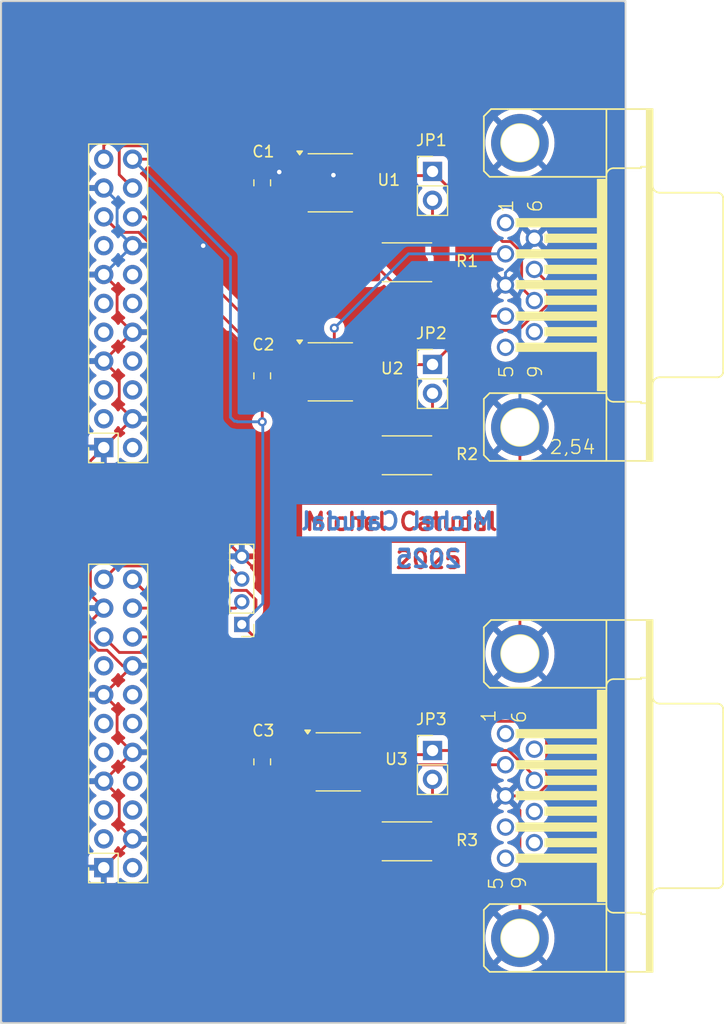
<source format=kicad_pcb>
(kicad_pcb (version 20240108) (generator "pcbnew") (generator_version "8.0")
  (title_block (date "2024-12-29"))
  (layers (0 "F.Cu" signal) (31 "B.Cu" signal) (34 "B.Paste" user) (35 "F.Paste" user) (36 "B.SilkS" user "B.Silkscreen") (37 "F.SilkS" user "F.Silkscreen") (38 "B.Mask" user) (39 "F.Mask" user) (44 "Edge.Cuts" user))
  (net 0 "")
  (net 1 "GND")
  (net 2 "+3V3")
  (net 4 "Net-(U1-CANL)")
  (net 11 "/MCAN1_TX")
  (net 13 "/MCU_MCAN1_RX")
  (net 14 "/MCAN1_RX")
  (net 15 "/MCU_MCAN1_TX")
  (net 26 "Net-(JP1-B)")
  (net 30 "Net-(U2-CANL)")
  (net 31 "Net-(JP1-A)")
  (net 32 "Net-(JP2-B)")
  (net 33 "Net-(U3-CANL)")
  (net 38 "Net-(P4-Pin_21)")
  (net 42 "Net-(P4-Pin_20)")
  (net 47 "/MCAN0_RX")
  (net 48 "/MCAN0_TX")
  (net 49 "Net-(JP2-A)")
  (net 50 "Net-(JP3-B)")
  (net 51 "Net-(JP3-A)")
  (footprint "Capacitor_SMD:C_0805_2012Metric_Pad1.18x1.45mm_HandSolder" (layer "F.Cu") (at 148 66 90)
    (property "Reference" "C1" (at 2.75 0.1 180) (layer "F.SilkS"))
    (property "Value" "0.1uF")
    (pad "1" smd roundrect (at -1.0375 0 90) (size 1.175 1.45) (layers "F.Cu" "F.Paste" "F.Mask") (roundrect_rratio 0.2127659574) (net 2 "+3V3"))
    (pad "2" smd roundrect (at 1.0375 0 90) (size 1.175 1.45) (layers "F.Cu" "F.Paste" "F.Mask") (roundrect_rratio 0.2127659574) (net 1 "GND"))
  )
  (footprint "Resistor_SMD:R_2512_6332Metric_Pad1.40x3.35mm_HandSolder" (layer "F.Cu") (at 160.75 73 180)
    (property "Reference" "R1" (at -5.3 0.1 0) (layer "F.SilkS"))
    (property "Value" "120")
    (pad "1" smd roundrect (at -3.05 0 180) (size 1.4 3.35) (layers "F.Cu" "F.Paste" "F.Mask") (roundrect_rratio 0.178571) (net 26 "Net-(JP1-B)"))
    (pad "2" smd roundrect (at 3.05 0 180) (size 1.4 3.35) (layers "F.Cu" "F.Paste" "F.Mask") (roundrect_rratio 0.178571) (net 4 "Net-(U1-CANL)"))
  )
  (footprint "Capacitor_SMD:C_0805_2012Metric_Pad1.18x1.45mm_HandSolder" (layer "F.Cu") (at 148 117 90)
    (property "Reference" "C3" (at 2.75 0.1 180) (layer "F.SilkS"))
    (property "Value" "0.1uF")
    (pad "1" smd roundrect (at -1.0375 0 90) (size 1.175 1.45) (layers "F.Cu" "F.Paste" "F.Mask") (roundrect_rratio 0.212766) (net 2 "+3V3"))
    (pad "2" smd roundrect (at 1.0375 0 90) (size 1.175 1.45) (layers "F.Cu" "F.Paste" "F.Mask") (roundrect_rratio 0.212766) (net 1 "GND"))
  )
  (footprint "catu:PinHeader_2x11_P2.54mm_reverse" (layer "F.Cu") (at 134 64)
    (property "Reference" "P3" (hide yes))
    (property "Value" "J15")
    (pad "1" thru_hole rect (at 0.04 25.32 180) (size 1.7 1.7) (drill 1) (layers "*.Cu" "*.Mask") (net 1 "GND"))
    (pad "2" thru_hole oval (at 2.58 25.32 180) (size 1.7 1.7) (drill 1) (layers "*.Cu" "*.Mask"))
    (pad "3" thru_hole oval (at 0.04 22.78 180) (size 1.7 1.7) (drill 1) (layers "*.Cu" "*.Mask"))
    (pad "4" thru_hole oval (at 2.58 22.78 180) (size 1.7 1.7) (drill 1) (layers "*.Cu" "*.Mask") (net 1 "GND"))
    (pad "5" thru_hole oval (at 0.04 20.24 180) (size 1.7 1.7) (drill 1) (layers "*.Cu" "*.Mask"))
    (pad "6" thru_hole oval (at 2.58 20.24 180) (size 1.7 1.7) (drill 1) (layers "*.Cu" "*.Mask"))
    (pad "7" thru_hole oval (at 0.04 17.7 180) (size 1.7 1.7) (drill 1) (layers "*.Cu" "*.Mask") (net 1 "GND"))
    (pad "8" thru_hole oval (at 2.58 17.7 180) (size 1.7 1.7) (drill 1) (layers "*.Cu" "*.Mask"))
    (pad "9" thru_hole oval (at 0.04 15.16 180) (size 1.7 1.7) (drill 1) (layers "*.Cu" "*.Mask"))
    (pad "10" thru_hole oval (at 2.58 15.16 180) (size 1.7 1.7) (drill 1) (layers "*.Cu" "*.Mask") (net 1 "GND"))
    (pad "11" thru_hole oval (at 0.04 12.62 180) (size 1.7 1.7) (drill 1) (layers "*.Cu" "*.Mask"))
    (pad "12" thru_hole oval (at 2.58 12.62 180) (size 1.7 1.7) (drill 1) (layers "*.Cu" "*.Mask"))
    (pad "13" thru_hole oval (at 0.04 10.08 180) (size 1.7 1.7) (drill 1) (layers "*.Cu" "*.Mask") (net 1 "GND"))
    (pad "14" thru_hole oval (at 2.58 10.08 180) (size 1.7 1.7) (drill 1) (layers "*.Cu" "*.Mask"))
    (pad "15" thru_hole oval (at 0.04 7.54 180) (size 1.7 1.7) (drill 1) (layers "*.Cu" "*.Mask"))
    (pad "16" thru_hole oval (at 2.58 7.54 180) (size 1.7 1.7) (drill 1) (layers "*.Cu" "*.Mask") (net 1 "GND"))
    (pad "17" thru_hole oval (at 0.04 5 180) (size 1.7 1.7) (drill 1) (layers "*.Cu" "*.Mask") (net 15 "/MCU_MCAN1_TX"))
    (pad "18" thru_hole oval (at 2.58 5 180) (size 1.7 1.7) (drill 1) (layers "*.Cu" "*.Mask") (net 13 "/MCU_MCAN1_RX"))
    (pad "19" thru_hole oval (at 0.04 2.46 180) (size 1.7 1.7) (drill 1) (layers "*.Cu" "*.Mask") (net 1 "GND"))
    (pad "20" thru_hole oval (at 2.58 2.46 180) (size 1.7 1.7) (drill 1) (layers "*.Cu" "*.Mask") (net 11 "/MCAN1_TX"))
    (pad "21" thru_hole oval (at 0.04 -0.08 180) (size 1.7 1.7) (drill 1) (layers "*.Cu" "*.Mask") (net 14 "/MCAN1_RX"))
    (pad "22" thru_hole oval (at 2.58 -0.08 180) (size 1.7 1.7) (drill 1) (layers "*.Cu" "*.Mask") (net 2 "+3V3"))
  )
  (footprint "catu:PinHeader_2x11_P2.54mm_reverse" (layer "F.Cu") (at 134 101)
    (property "Reference" "P4" (hide yes))
    (property "Value" "J16")
    (pad "1" thru_hole rect (at 0.04 25.32 180) (size 1.7 1.7) (drill 1) (layers "*.Cu" "*.Mask") (net 1 "GND"))
    (pad "2" thru_hole oval (at 2.58 25.32 180) (size 1.7 1.7) (drill 1) (layers "*.Cu" "*.Mask"))
    (pad "3" thru_hole oval (at 0.04 22.78 180) (size 1.7 1.7) (drill 1) (layers "*.Cu" "*.Mask"))
    (pad "4" thru_hole oval (at 2.58 22.78 180) (size 1.7 1.7) (drill 1) (layers "*.Cu" "*.Mask") (net 1 "GND"))
    (pad "5" thru_hole oval (at 0.04 20.24 180) (size 1.7 1.7) (drill 1) (layers "*.Cu" "*.Mask"))
    (pad "6" thru_hole oval (at 2.58 20.24 180) (size 1.7 1.7) (drill 1) (layers "*.Cu" "*.Mask"))
    (pad "7" thru_hole oval (at 0.04 17.7 180) (size 1.7 1.7) (drill 1) (layers "*.Cu" "*.Mask") (net 1 "GND"))
    (pad "8" thru_hole oval (at 2.58 17.7 180) (size 1.7 1.7) (drill 1) (layers "*.Cu" "*.Mask"))
    (pad "9" thru_hole oval (at 0.04 15.16 180) (size 1.7 1.7) (drill 1) (layers "*.Cu" "*.Mask"))
    (pad "10" thru_hole oval (at 2.58 15.16 180) (size 1.7 1.7) (drill 1) (layers "*.Cu" "*.Mask") (net 1 "GND"))
    (pad "11" thru_hole oval (at 0.04 12.62 180) (size 1.7 1.7) (drill 1) (layers "*.Cu" "*.Mask"))
    (pad "12" thru_hole oval (at 2.58 12.62 180) (size 1.7 1.7) (drill 1) (layers "*.Cu" "*.Mask"))
    (pad "13" thru_hole oval (at 0.04 10.08 180) (size 1.7 1.7) (drill 1) (layers "*.Cu" "*.Mask") (net 1 "GND"))
    (pad "14" thru_hole oval (at 2.58 10.08 180) (size 1.7 1.7) (drill 1) (layers "*.Cu" "*.Mask"))
    (pad "15" thru_hole oval (at 0.04 7.54 180) (size 1.7 1.7) (drill 1) (layers "*.Cu" "*.Mask"))
    (pad "16" thru_hole oval (at 2.58 7.54 180) (size 1.7 1.7) (drill 1) (layers "*.Cu" "*.Mask") (net 1 "GND"))
    (pad "17" thru_hole oval (at 0.04 5 180) (size 1.7 1.7) (drill 1) (layers "*.Cu" "*.Mask") (net 48 "/MCAN0_TX"))
    (pad "18" thru_hole oval (at 2.58 5 180) (size 1.7 1.7) (drill 1) (layers "*.Cu" "*.Mask") (net 47 "/MCAN0_RX"))
    (pad "19" thru_hole oval (at 0.04 2.46 180) (size 1.7 1.7) (drill 1) (layers "*.Cu" "*.Mask") (net 1 "GND"))
    (pad "20" thru_hole oval (at 2.58 2.46 180) (size 1.7 1.7) (drill 1) (layers "*.Cu" "*.Mask") (net 42 "Net-(P4-Pin_20)"))
    (pad "21" thru_hole oval (at 0.04 -0.08 180) (size 1.7 1.7) (drill 1) (layers "*.Cu" "*.Mask") (net 38 "Net-(P4-Pin_21)"))
    (pad "22" thru_hole oval (at 2.58 -0.08 180) (size 1.7 1.7) (drill 1) (layers "*.Cu" "*.Mask") (net 2 "+3V3"))
  )
  (footprint "Package_SO:SOIC-8_3.9x4.9mm_P1.27mm" (layer "F.Cu") (at 154 82.65)
    (property "Reference" "U2" (at 5.45 -0.3 0) (layer "F.SilkS"))
    (property "Value" "SN65HVD230")
    (pad "1" smd roundrect (at -2.475 -1.905) (size 1.95 0.6) (layers "F.Cu" "F.Paste" "F.Mask") (net 15 "/MCU_MCAN1_TX"))
    (pad "2" smd roundrect (at -2.475 -0.635) (size 1.95 0.6) (layers "F.Cu" "F.Paste" "F.Mask") (net 1 "GND"))
    (pad "3" smd roundrect (at -2.475 0.635) (size 1.95 0.6) (layers "F.Cu" "F.Paste" "F.Mask") (net 2 "+3V3"))
    (pad "4" smd roundrect (at -2.475 1.905) (size 1.95 0.6) (layers "F.Cu" "F.Paste" "F.Mask") (net 13 "/MCU_MCAN1_RX"))
    (pad "5" smd roundrect (at 2.475 1.905) (size 1.95 0.6) (layers "F.Cu" "F.Paste" "F.Mask"))
    (pad "6" smd roundrect (at 2.475 0.635) (size 1.95 0.6) (layers "F.Cu" "F.Paste" "F.Mask") (net 30 "Net-(U2-CANL)"))
    (pad "7" smd roundrect (at 2.475 -0.635) (size 1.95 0.6) (layers "F.Cu" "F.Paste" "F.Mask") (net 49 "Net-(JP2-A)"))
    (pad "8" smd roundrect (at 2.475 -1.905) (size 1.95 0.6) (layers "F.Cu" "F.Paste" "F.Mask") (net 1 "GND"))
  )
  (footprint "Package_SO:SOIC-8_3.9x4.9mm_P1.27mm" (layer "F.Cu") (at 154.7 117)
    (property "Reference" "U3" (at 5.125 -0.245 180) (layer "F.SilkS"))
    (property "Value" "SN65HVD230")
    (pad "1" smd roundrect (at -2.475 -1.905) (size 1.95 0.6) (layers "F.Cu" "F.Paste" "F.Mask") (net 48 "/MCAN0_TX"))
    (pad "2" smd roundrect (at -2.475 -0.635) (size 1.95 0.6) (layers "F.Cu" "F.Paste" "F.Mask") (net 1 "GND"))
    (pad "3" smd roundrect (at -2.475 0.635) (size 1.95 0.6) (layers "F.Cu" "F.Paste" "F.Mask") (net 2 "+3V3"))
    (pad "4" smd roundrect (at -2.475 1.905) (size 1.95 0.6) (layers "F.Cu" "F.Paste" "F.Mask") (net 47 "/MCAN0_RX"))
    (pad "5" smd roundrect (at 2.475 1.905) (size 1.95 0.6) (layers "F.Cu" "F.Paste" "F.Mask"))
    (pad "6" smd roundrect (at 2.475 0.635) (size 1.95 0.6) (layers "F.Cu" "F.Paste" "F.Mask") (net 33 "Net-(U3-CANL)"))
    (pad "7" smd roundrect (at 2.475 -0.635) (size 1.95 0.6) (layers "F.Cu" "F.Paste" "F.Mask") (net 51 "Net-(JP3-A)"))
    (pad "8" smd roundrect (at 2.475 -1.905) (size 1.95 0.6) (layers "F.Cu" "F.Paste" "F.Mask") (net 1 "GND"))
  )
  (footprint "Connector_PinHeader_2.54mm:PinHeader_1x02_P2.54mm_Vertical" (layer "F.Cu") (at 163 82)
    (property "Reference" "JP2" (at -0.1 -2.75 0) (layer "F.SilkS"))
    (property "Value" "Enable termination resistor")
    (pad "1" thru_hole rect (at 0 0) (size 1.7 1.7) (drill 1) (layers "*.Cu" "*.Mask") (net 49 "Net-(JP2-A)"))
    (pad "2" thru_hole oval (at 0 2.54) (size 1.7 1.7) (drill 1) (layers "*.Cu" "*.Mask") (net 32 "Net-(JP2-B)"))
  )
  (footprint "Resistor_SMD:R_2512_6332Metric_Pad1.40x3.35mm_HandSolder" (layer "F.Cu") (at 160.75 124 180)
    (property "Reference" "R3" (at -5.3 0.1 0) (layer "F.SilkS"))
    (property "Value" "120")
    (pad "1" smd roundrect (at -3.05 0 180) (size 1.4 3.35) (layers "F.Cu" "F.Paste" "F.Mask") (roundrect_rratio 0.178571) (net 50 "Net-(JP3-B)"))
    (pad "2" smd roundrect (at 3.05 0 180) (size 1.4 3.35) (layers "F.Cu" "F.Paste" "F.Mask") (roundrect_rratio 0.178571) (net 33 "Net-(U3-CANL)"))
  )
  (footprint "Resistor_SMD:R_2512_6332Metric_Pad1.40x3.35mm_HandSolder" (layer "F.Cu") (at 160.75 90 180)
    (property "Reference" "R2" (at -5.3 0.1 0) (layer "F.SilkS"))
    (property "Value" "120")
    (pad "1" smd roundrect (at -3.05 0 180) (size 1.4 3.35) (layers "F.Cu" "F.Paste" "F.Mask") (roundrect_rratio 0.178571) (net 32 "Net-(JP2-B)"))
    (pad "2" smd roundrect (at 3.05 0 180) (size 1.4 3.35) (layers "F.Cu" "F.Paste" "F.Mask") (roundrect_rratio 0.178571) (net 30 "Net-(U2-CANL)"))
  )
  (footprint "Connector_PinHeader_2.00mm:PinHeader_1x04_P2.00mm_Vertical" (layer "F.Cu") (at 146.2 104.9 180)
    (property "Reference" "P5" (hide yes))
    (property "Value" "I2C")
    (pad "1" thru_hole rect (at 0 0 180) (size 1.35 1.35) (drill 0.8) (layers "*.Cu" "*.Mask") (net 2 "+3V3"))
    (pad "2" thru_hole oval (at 0 2 180) (size 1.35 1.35) (drill 0.8) (layers "*.Cu" "*.Mask") (net 42 "Net-(P4-Pin_20)"))
    (pad "3" thru_hole oval (at 0 4 180) (size 1.35 1.35) (drill 0.8) (layers "*.Cu" "*.Mask") (net 38 "Net-(P4-Pin_21)"))
    (pad "4" thru_hole oval (at 0 6 180) (size 1.35 1.35) (drill 0.8) (layers "*.Cu" "*.Mask") (net 1 "GND"))
  )
  (footprint "catu:F09HP" (layer "F.Cu") (at 170.7 75 -90)
    (property "Reference" "P1" (hide yes))
    (property "Value" "F09HP" (hide yes))
    (fp_text user "6" (at -7.62 -0.635 90) (layer "F.SilkS") (effects (font (size 1.2065 1.2065) (thickness 0.127)) (justify right top)))
    (fp_text user "1" (at -7.62 1.905 90) (layer "F.SilkS") (effects (font (size 1.2065 1.2065) (thickness 0.127)) (justify right top)))
    (fp_text user "9" (at 6.985 -0.635 90) (layer "F.SilkS") (effects (font (size 1.2065 1.2065) (thickness 0.127)) (justify right top)))
    (fp_text user "2,54" (at 14.986 -2.54 0) (layer "F.SilkS") (effects (font (size 1.2065 1.2065) (thickness 0.127)) (justify left bottom)))
    (fp_text user "5" (at 6.985 1.905 90) (layer "F.SilkS") (effects (font (size 1.2065 1.2065) (thickness 0.127)) (justify right top)))
    (pad "1" thru_hole circle (at -5.4864 1.27 270) (size 1.524 1.524) (drill 1.016) (layers "*.Cu" "*.Mask"))
    (pad "2" thru_hole circle (at -2.7432 1.27 270) (size 1.524 1.524) (drill 1.016) (layers "*.Cu" "*.Mask") (net 30 "Net-(U2-CANL)"))
    (pad "3" thru_hole circle (at 0 1.27 270) (size 1.524 1.524) (drill 1.016) (layers "*.Cu" "*.Mask") (net 1 "GND"))
    (pad "4" thru_hole circle (at 2.7432 1.27 270) (size 1.524 1.524) (drill 1.016) (layers "*.Cu" "*.Mask") (net 4 "Net-(U1-CANL)"))
    (pad "5" thru_hole circle (at 5.4864 1.27 270) (size 1.524 1.524) (drill 1.016) (layers "*.Cu" "*.Mask"))
    (pad "6" thru_hole circle (at -4.1148 -1.27 270) (size 1.524 1.524) (drill 1.016) (layers "*.Cu" "*.Mask") (net 1 "GND"))
    (pad "7" thru_hole circle (at -1.3716 -1.27 270) (size 1.524 1.524) (drill 1.016) (layers "*.Cu" "*.Mask") (net 49 "Net-(JP2-A)"))
    (pad "8" thru_hole circle (at 1.3716 -1.27 270) (size 1.524 1.524) (drill 1.016) (layers "*.Cu" "*.Mask") (net 31 "Net-(JP1-A)"))
    (pad "9" thru_hole circle (at 4.1148 -1.27 270) (size 1.524 1.524) (drill 1.016) (layers "*.Cu" "*.Mask"))
    (pad "G1" thru_hole circle (at -12.5222 0 270) (size 5.08 5.08) (drill 3.302) (layers "*.Cu" "*.Mask") (net 1 "GND"))
    (pad "G2" thru_hole circle (at 12.5222 0 270) (size 5.08 5.08) (drill 3.302) (layers "*.Cu" "*.Mask") (net 1 "GND"))
  )
  (footprint "Package_SO:SOIC-8_3.9x4.9mm_P1.27mm" (layer "F.Cu") (at 154 66)
    (property "Reference" "U1" (at 5.15 -0.25 0) (layer "F.SilkS"))
    (property "Value" "SN65HVD230")
    (pad "1" smd roundrect (at -2.475 -1.905) (size 1.95 0.6) (layers "F.Cu" "F.Paste" "F.Mask") (net 11 "/MCAN1_TX"))
    (pad "2" smd roundrect (at -2.475 -0.635) (size 1.95 0.6) (layers "F.Cu" "F.Paste" "F.Mask") (net 1 "GND"))
    (pad "3" smd roundrect (at -2.475 0.635) (size 1.95 0.6) (layers "F.Cu" "F.Paste" "F.Mask") (net 2 "+3V3"))
    (pad "4" smd roundrect (at -2.475 1.905) (size 1.95 0.6) (layers "F.Cu" "F.Paste" "F.Mask") (net 14 "/MCAN1_RX"))
    (pad "5" smd roundrect (at 2.475 1.905) (size 1.95 0.6) (layers "F.Cu" "F.Paste" "F.Mask"))
    (pad "6" smd roundrect (at 2.475 0.635) (size 1.95 0.6) (layers "F.Cu" "F.Paste" "F.Mask") (net 4 "Net-(U1-CANL)"))
    (pad "7" smd roundrect (at 2.475 -0.635) (size 1.95 0.6) (layers "F.Cu" "F.Paste" "F.Mask") (net 31 "Net-(JP1-A)"))
    (pad "8" smd roundrect (at 2.475 -1.905) (size 1.95 0.6) (layers "F.Cu" "F.Paste" "F.Mask") (net 1 "GND"))
  )
  (footprint "catu:F09HP" (layer "F.Cu") (at 170.7 120 -90)
    (property "Reference" "P2" (hide yes))
    (property "Value" "F09HP" (hide yes))
    (fp_text user "6" (at -7.62 -0.635 90) (layer "F.SilkS") (effects (font (size 1.2065 1.2065) (thickness 0.127)) (justify right bottom)))
    (fp_text user "5" (at 7.05 1.4 -90) (layer "F.SilkS") (effects (font (size 1.2065 1.2065) (thickness 0.127)) (justify right bottom)))
    (fp_text user "1" (at -7.7 2.05 90) (layer "F.SilkS") (effects (font (size 1.2065 1.2065) (thickness 0.127)) (justify right bottom)))
    (fp_text user "9" (at 6.985 -0.635 90) (layer "F.SilkS") (effects (font (size 1.2065 1.2065) (thickness 0.127)) (justify right bottom)))
    (pad "1" thru_hole circle (at -5.4864 1.27 270) (size 1.524 1.524) (drill 1.016) (layers "*.Cu" "*.Mask"))
    (pad "2" thru_hole circle (at -2.7432 1.27 270) (size 1.524 1.524) (drill 1.016) (layers "*.Cu" "*.Mask") (net 33 "Net-(U3-CANL)"))
    (pad "3" thru_hole circle (at 0 1.27 270) (size 1.524 1.524) (drill 1.016) (layers "*.Cu" "*.Mask") (net 1 "GND"))
    (pad "4" thru_hole circle (at 2.7432 1.27 270) (size 1.524 1.524) (drill 1.016) (layers "*.Cu" "*.Mask"))
    (pad "5" thru_hole circle (at 5.4864 1.27 270) (size 1.524 1.524) (drill 1.016) (layers "*.Cu" "*.Mask"))
    (pad "6" thru_hole circle (at -4.1148 -1.27 270) (size 1.524 1.524) (drill 1.016) (layers "*.Cu" "*.Mask"))
    (pad "7" thru_hole circle (at -1.3716 -1.27 270) (size 1.524 1.524) (drill 1.016) (layers "*.Cu" "*.Mask") (net 51 "Net-(JP3-A)"))
    (pad "8" thru_hole circle (at 1.3716 -1.27 270) (size 1.524 1.524) (drill 1.016) (layers "*.Cu" "*.Mask"))
    (pad "9" thru_hole circle (at 4.1148 -1.27 270) (size 1.524 1.524) (drill 1.016) (layers "*.Cu" "*.Mask"))
    (pad "G1" thru_hole circle (at -12.5222 0 270) (size 5.08 5.08) (drill 3.302) (layers "*.Cu" "*.Mask") (net 1 "GND"))
    (pad "G2" thru_hole circle (at 12.5222 0 270) (size 5.08 5.08) (drill 3.302) (layers "*.Cu" "*.Mask") (net 1 "GND"))
  )
  (footprint "Connector_PinHeader_2.54mm:PinHeader_1x02_P2.54mm_Vertical" (layer "F.Cu") (at 163 116)
    (property "Reference" "JP3" (at -0.1 -2.75 0) (layer "F.SilkS"))
    (property "Value" "Enable termination resistor")
    (pad "1" thru_hole rect (at 0 0) (size 1.7 1.7) (drill 1) (layers "*.Cu" "*.Mask") (net 51 "Net-(JP3-A)"))
    (pad "2" thru_hole oval (at 0 2.54) (size 1.7 1.7) (drill 1) (layers "*.Cu" "*.Mask") (net 50 "Net-(JP3-B)"))
  )
  (footprint "Connector_PinHeader_2.54mm:PinHeader_1x02_P2.54mm_Vertical" (layer "F.Cu") (at 163 65)
    (property "Reference" "JP1" (at -0.1 -2.75 0) (layer "F.SilkS"))
    (property "Value" "Enable termination resistor")
    (pad "1" thru_hole rect (at 0 0) (size 1.7 1.7) (drill 1) (layers "*.Cu" "*.Mask") (net 31 "Net-(JP1-A)"))
    (pad "2" thru_hole oval (at 0 2.54) (size 1.7 1.7) (drill 1) (layers "*.Cu" "*.Mask") (net 26 "Net-(JP1-B)"))
  )
  (footprint "Capacitor_SMD:C_0805_2012Metric_Pad1.18x1.45mm_HandSolder" (layer "F.Cu") (at 148 83 90)
    (property "Reference" "C2" (at 2.75 0.1 180) (layer "F.SilkS"))
    (property "Value" "0.1uF")
    (pad "1" smd roundrect (at -1.0375 0 90) (size 1.175 1.45) (layers "F.Cu" "F.Paste" "F.Mask") (roundrect_rratio 0.212766) (net 2 "+3V3"))
    (pad "2" smd roundrect (at 1.0375 0 90) (size 1.175 1.45) (layers "F.Cu" "F.Paste" "F.Mask") (roundrect_rratio 0.212766) (net 1 "GND"))
  )
  (gr_line (start 125 140) (end 125 50) (stroke (width 0.15)) (layer "Edge.Cuts"))
  (gr_line (start 180 140) (end 125 140) (stroke (width 0.15)) (layer "Edge.Cuts"))
  (gr_line (start 180 50) (end 125 50) (stroke (width 0.15)) (layer "Edge.Cuts"))
  (gr_line (start 180 50) (end 180 140) (stroke (width 0.15)) (layer "Edge.Cuts"))
  (gr_text "Michel Catudal\n" (at 160.25 95.85 0) (layer "F.Cu") (effects (font (size 1.5 1.5) (thickness 0.3))))
  (gr_text "2025" (at 162.65 99.2 0) (layer "F.Cu") (effects (font (size 1.5 1.5) (thickness 0.3))))
  (gr_text "2025" (at 162.65 99.1 0) (layer "B.Cu") (effects (font (size 1.5 1.5) (thickness 0.3)) (justify mirror)))
  (gr_text "Michel Catudal" (at 159.9 95.8 0) (layer "B.Cu") (effects (font (size 1.5 1.5) (thickness 0.3)) (justify mirror)))
  (segment (start 157.175 115.095) (end 158.8434 113.4266) (width 0.25) (layer "F.Cu") (net 1))
  (segment (start 154.2725 65.3225) (end 154.272501 65.3225) (width 0.25) (layer "F.Cu") (net 1))
  (segment (start 149.9625 115.9625) (end 150.365 116.365) (width 0.25) (layer "F.Cu") (net 1))
  (segment (start 135.215 75.255) (end 134.04 74.08) (width 0.25) (layer "F.Cu") (net 1))
  (segment (start 135.405 122.605) (end 136.58 123.78) (width 0.25) (layer "F.Cu") (net 1))
  (segment (start 132.75 106.371701) (end 132.75 104.75) (width 0.25) (layer "F.Cu") (net 1))
  (segment (start 158.8434 113.4266) (end 172.9734 113.4266) (width 0.25) (layer "F.Cu") (net 1))
  (segment (start 146.2 98.9) (end 157.175 109.875) (width 0.25) (layer "F.Cu") (net 1))
  (segment (start 146.2 98.9) (end 144.2 96.9) (width 0.25) (layer "F.Cu") (net 1))
  (segment (start 148 81.9625) (end 151.4725 81.9625) (width 0.25) (layer "F.Cu") (net 1))
  (segment (start 136.58 116.16) (end 147.8025 116.16) (width 0.25) (layer "F.Cu") (net 1))
  (segment (start 149.5 65.05) (end 149.85 65.4) (width 0.25) (layer "F.Cu") (net 1))
  (segment (start 173.057 109.8348) (end 173.057 115.7) (width 0.25) (layer "F.Cu") (net 1))
  (segment (start 157.175 109.875) (end 157.175 115.095) (width 0.25) (layer "F.Cu") (net 1))
  (segment (start 151.4725 81.9625) (end 151.525 82.015) (width 0.25) (layer "F.Cu") (net 1))
  (segment (start 173.057 119.078651) (end 172.135651 120) (width 0.25) (layer "F.Cu") (net 1))
  (segment (start 134.04 118.7) (end 135.405 120.065) (width 0.25) (layer "F.Cu") (net 1))
  (segment (start 154.2725 65.322501) (end 154.2725 65.3225) (width 0.25) (layer "F.Cu") (net 1))
  (segment (start 136.58 79.16) (end 135.215 77.795) (width 0.25) (layer "F.Cu") (net 1))
  (segment (start 170.7 121.27) (end 170.7 132.5222) (width 0.25) (layer "F.Cu") (net 1))
  (segment (start 149.540908 71.54) (end 149.550908 71.55) (width 0.25) (layer "F.Cu") (net 1))
  (segment (start 148 64.9625) (end 149.4125 64.9625) (width 0.25) (layer "F.Cu") (net 1))
  (segment (start 173.057 115.7) (end 173.057 119.078651) (width 0.25) (layer "F.Cu") (net 1))
  (segment (start 134.04 111.08) (end 136.58 108.54) (width 0.25) (layer "F.Cu") (net 1))
  (segment (start 134.04 89.32) (end 136.58 86.78) (width 0.25) (layer "F.Cu") (net 1))
  (segment (start 135.405 120.065) (end 135.405 122.605) (width 0.25) (layer "F.Cu") (net 1))
  (segment (start 149.550908 71.55) (end 153.55 71.55) (width 0.25) (layer "F.Cu") (net 1))
  (segment (start 173 113.4) (end 173.057 113.457) (width 0.25) (layer "F.Cu") (net 1))
  (segment (start 154.2 65.395001) (end 154.2725 65.322501) (width 0.25) (layer "F.Cu") (net 1))
  (segment (start 154.272501 65.3225) (end 155.500001 64.095) (width 0.25) (layer "F.Cu") (net 1))
  (segment (start 149.4125 64.9625) (end 149.5 65.05) (width 0.25) (layer "F.Cu") (net 1))
  (segment (start 132.75 104.75) (end 134.04 103.46) (width 0.25) (layer "F.Cu") (net 1))
  (segment (start 172.9734 113.4266) (end 173 113.4) (width 0.25) (layer "F.Cu") (net 1))
  (segment (start 147.8025 116.16) (end 148 115.9625) (width 0.25) (layer "F.Cu") (net 1))
  (segment (start 154.2 70.9) (end 154.2 65.395001) (width 0.25) (layer "F.Cu") (net 1))
  (segment (start 153.55 71.55) (end 154.2 70.9) (width 0.25) (layer "F.Cu") (net 1))
  (segment (start 136.58 79.16) (end 145.1975 79.16) (width 0.25) (layer "F.Cu") (net 1))
  (segment (start 133.553299 107.175) (end 132.75 106.371701) (width 0.25) (layer "F.Cu") (net 1))
  (segment (start 149.885 65.365) (end 151.525 65.365) (width 0.25) (layer "F.Cu") (net 1))
  (segment (start 170.7 107.4778) (end 173.057 109.8348) (width 0.25) (layer "F.Cu") (net 1))
  (segment (start 136.58 86.78) (end 135.405 85.605) (width 0.25) (layer "F.Cu") (net 1))
  (segment (start 135.405 85.605) (end 135.405 83.065) (width 0.25) (layer "F.Cu") (net 1))
  (segment (start 135.215 77.795) (end 135.215 75.255) (width 0.25) (layer "F.Cu") (net 1))
  (segment (start 134.04 118.7) (end 136.58 116.16) (width 0.25) (layer "F.Cu") (net 1))
  (segment (start 136.58 108.54) (end 135.701701 108.54) (width 0.25) (layer "F.Cu") (net 1))
  (segment (start 134.336701 107.175) (end 133.553299 107.175) (width 0.25) (layer "F.Cu") (net 1))
  (segment (start 135.405 83.065) (end 134.04 81.7) (width 0.25) (layer "F.Cu") (net 1))
  (segment (start 148 115.9625) (end 149.9625 115.9625) (width 0.25) (layer "F.Cu") (net 1))
  (segment (start 134.04 81.7) (end 136.58 79.16) (width 0.25) (layer "F.Cu") (net 1))
  (segment (start 170.7 87.5222) (end 170.7 107.4778) (width 0.25) (layer "F.Cu") (net 1))
  (segment (start 135.215 114.795) (end 136.58 116.16) (width 0.25) (layer "F.Cu") (net 1))
  (segment (start 136.58 123.78) (end 134.04 126.32) (width 0.25) (layer "F.Cu") (net 1))
  (segment (start 149.85 65.4) (end 149.885 65.365) (width 0.25) (layer "F.Cu") (net 1))
  (segment (start 132.865 96.9) (end 132.865 90.495) (width 0.25) (layer "F.Cu") (net 1))
  (segment (start 134.04 103.46) (end 132.865 102.285) (width 0.25) (layer "F.Cu") (net 1))
  (segment (start 135.701701 108.54) (end 134.336701 107.175) (width 0.25) (layer "F.Cu") (net 1))
  (segment (start 172.135651 120) (end 169.43 120) (width 0.25) (layer "F.Cu") (net 1))
  (segment (start 169.43 120) (end 170.7 121.27) (width 0.25) (layer "F.Cu") (net 1))
  (segment (start 150.365 116.365) (end 152.225 116.365) (width 0.25) (layer "F.Cu") (net 1))
  (segment (start 132.865 102.285) (end 132.865 96.9) (width 0.25) (layer "F.Cu") (net 1))
  (segment (start 135.215 112.255) (end 135.215 114.795) (width 0.25) (layer "F.Cu") (net 1))
  (segment (start 142.8 71.54) (end 149.540908 71.54) (width 0.25) (layer "F.Cu") (net 1))
  (segment (start 132.865 90.495) (end 134.04 89.32) (width 0.25) (layer "F.Cu") (net 1))
  (segment (start 145.1975 79.16) (end 148 81.9625) (width 0.25) (layer "F.Cu") (net 1))
  (segment (start 144.2 96.9) (end 132.865 96.9) (width 0.25) (layer "F.Cu") (net 1))
  (segment (start 134.04 111.08) (end 135.215 112.255) (width 0.25) (layer "F.Cu") (net 1))
  (segment (start 173.057 113.457) (end 173.057 115.7) (width 0.25) (layer "F.Cu") (net 1))
  (segment (start 155.500001 64.095) (end 156.475 64.095) (width 0.25) (layer "F.Cu") (net 1))
  (via (at 154.2725 65.3225) (size 0.8) (drill 0.4) (layers "F.Cu" "B.Cu") (net 1))
  (via (at 142.8 71.54) (size 0.8) (drill 0.4) (layers "F.Cu" "B.Cu") (net 1))
  (via (at 149.5 65.05) (size 0.8) (drill 0.4) (layers "F.Cu" "B.Cu") (net 1))
  (segment (start 170.7 76.27) (end 170.7 87.5222) (width 0.25) (layer "B.Cu") (net 1))
  (segment (start 135.215 70.175) (end 136.58 71.54) (width 0.25) (layer "B.Cu") (net 1))
  (segment (start 134.04 66.46) (end 135.215 67.635) (width 0.25) (layer "B.Cu") (net 1))
  (segment (start 169.43 75) (end 169.43 73.92237) (width 0.25) (layer "B.Cu") (net 1))
  (segment (start 142.8 71.54) (end 136.58 71.54) (width 0.25) (layer "B.Cu") (net 1))
  (segment (start 171.97 71.38237) (end 171.97 70.8852) (width 0.25) (layer "B.Cu") (net 1))
  (segment (start 149.5 65.05) (end 154 65.05) (width 0.25) (layer "B.Cu") (net 1))
  (segment (start 134.04 74.08) (end 136.58 71.54) (width 0.25) (layer "B.Cu") (net 1))
  (segment (start 135.215 67.635) (end 135.215 70.175) (width 0.25) (layer "B.Cu") (net 1))
  (segment (start 169.43 73.92237) (end 171.97 71.38237) (width 0.25) (layer "B.Cu") (net 1))
  (segment (start 154 65.05) (end 154.2725 65.3225) (width 0.25) (layer "B.Cu") (net 1))
  (segment (start 169.43 75) (end 170.7 76.27) (width 0.25) (layer "B.Cu") (net 1))
  (segment (start 154.3 113) (end 154.3 118.9) (width 0.25) (layer "F.Cu") (net 2))
  (segment (start 141.72 63.92) (end 144.8375 67.0375) (width 0.25) (layer "F.Cu") (net 2))
  (segment (start 136.58 63.92) (end 141.72 63.92) (width 0.25) (layer "F.Cu") (net 2))
  (segment (start 136.58 100.92) (end 137.56 101.9) (width 0.25) (layer "F.Cu") (net 2))
  (segment (start 144.8375 67.0375) (end 148 67.0375) (width 0.25) (layer "F.Cu") (net 2))
  (segment (start 149.4925 119.53) (end 148 118.0375) (width 0.25) (layer "F.Cu") (net 2))
  (segment (start 149.2125 67.0375) (end 149.6 66.65) (width 0.25) (layer "F.Cu") (net 2))
  (segment (start 147.45 103.65) (end 146.2 104.9) (width 0.25) (layer "F.Cu") (net 2))
  (segment (start 149.6 66.65) (end 150.05 66.65) (width 0.25) (layer "F.Cu") (net 2))
  (segment (start 154.3 118.9) (end 153.67 119.53) (width 0.25) (layer "F.Cu") (net 2))
  (segment (start 148 84.0375) (end 148.7525 83.285) (width 0.25) (layer "F.Cu") (net 2))
  (segment (start 148 67.0375) (end 149.2125 67.0375) (width 0.25) (layer "F.Cu") (net 2))
  (segment (start 148 118.0375) (end 149.3625 118.0375) (width 0.25) (layer "F.Cu") (net 2))
  (segment (start 150.065 66.635) (end 151.525 66.635) (width 0.25) (layer "F.Cu") (net 2))
  (segment (start 150.05 66.65) (end 150.065 66.635) (width 0.25) (layer "F.Cu") (net 2))
  (segment (start 149.3625 118.0375) (end 149.765 117.635) (width 0.25) (layer "F.Cu") (net 2))
  (segment (start 137.56 101.9) (end 146.614214 101.9) (width 0.25) (layer "F.Cu") (net 2))
  (segment (start 153.67 119.53) (end 149.4925 119.53) (width 0.25) (layer "F.Cu") (net 2))
  (segment (start 146.614214 101.9) (end 147.45 102.735786) (width 0.25) (layer "F.Cu") (net 2))
  (segment (start 149.765 117.635) (end 152.225 117.635) (width 0.25) (layer "F.Cu") (net 2))
  (segment (start 147.45 102.735786) (end 147.45 103.65) (width 0.25) (layer "F.Cu") (net 2))
  (segment (start 148.7525 83.285) (end 151.525 83.285) (width 0.25) (layer "F.Cu") (net 2))
  (segment (start 148 87.05) (end 148 84.0375) (width 0.25) (layer "F.Cu") (net 2))
  (segment (start 146.2 104.9) (end 154.3 113) (width 0.25) (layer "F.Cu") (net 2))
  (via (at 148 87.05) (size 0.8) (drill 0.4) (layers "F.Cu" "B.Cu") (net 2))
  (segment (start 145.55 87) (end 145.75 87) (width 0.25) (layer "B.Cu") (net 2))
  (segment (start 136.58 63.92) (end 145.2 72.54) (width 0.25) (layer "B.Cu") (net 2))
  (segment (start 145.2 72.54) (end 145.2 86.65) (width 0.25) (layer "B.Cu") (net 2))
  (segment (start 145.75 87) (end 145.8 87.05) (width 0.25) (layer "B.Cu") (net 2))
  (segment (start 145.8 87.05) (end 148 87.05) (width 0.25) (layer "B.Cu") (net 2))
  (segment (start 148 87.05) (end 148.05 87.1) (width 0.25) (layer "B.Cu") (net 2))
  (segment (start 145.2 86.65) (end 145.55 87) (width 0.25) (layer "B.Cu") (net 2))
  (segment (start 148.05 87.1) (end 148.05 103.05) (width 0.25) (layer "B.Cu") (net 2))
  (segment (start 148.05 103.05) (end 146.2 104.9) (width 0.25) (layer "B.Cu") (net 2))
  (segment (start 157.7 73) (end 162.4432 77.7432) (width 0.25) (layer "F.Cu") (net 4))
  (segment (start 158.1 72.6) (end 157.7 73) (width 0.25) (layer "F.Cu") (net 4))
  (segment (start 158.1 67.285001) (end 158.1 72.6) (width 0.25) (layer "F.Cu") (net 4))
  (segment (start 156.475 66.635) (end 157.449999 66.635) (width 0.25) (layer "F.Cu") (net 4))
  (segment (start 157.449999 66.635) (end 158.1 67.285001) (width 0.25) (layer "F.Cu") (net 4))
  (segment (start 162.4432 77.7432) (end 169.43 77.7432) (width 0.25) (layer "F.Cu") (net 4))
  (segment (start 150.175 62.745) (end 151.525 64.095) (width 0.25) (layer "F.Cu") (net 11))
  (segment (start 135.405 65.285) (end 135.405 63.045) (width 0.25) (layer "F.Cu") (net 11))
  (segment (start 135.705 62.745) (end 150.175 62.745) (width 0.25) (layer "F.Cu") (net 11))
  (segment (start 136.58 66.46) (end 135.405 65.285) (width 0.25) (layer "F.Cu") (net 11))
  (segment (start 135.405 63.045) (end 135.705 62.745) (width 0.25) (layer "F.Cu") (net 11))
  (segment (start 153.1 84.1) (end 153 84.1) (width 0.25) (layer "F.Cu") (net 13))
  (segment (start 136.58 69) (end 137.65 69) (width 0.25) (layer "F.Cu") (net 13))
  (segment (start 137.65 69) (end 147 78.35) (width 0.25) (layer "F.Cu") (net 13))
  (segment (start 147 78.35) (end 150.8 78.35) (width 0.25) (layer "F.Cu") (net 13))
  (segment (start 150.8 78.35) (end 153.1 80.65) (width 0.25) (layer "F.Cu") (net 13))
  (segment (start 152.545 84.555) (end 151.525 84.555) (width 0.25) (layer "F.Cu") (net 13))
  (segment (start 153.1 80.65) (end 153.1 84.1) (width 0.25) (layer "F.Cu") (net 13))
  (segment (start 153 84.1) (end 152.545 84.555) (width 0.25) (layer "F.Cu") (net 13))
  (segment (start 151.4 62.2) (end 152.85 63.65) (width 0.25) (layer "F.Cu") (net 14))
  (segment (start 134.04 63.92) (end 134.04 62.717919) (width 0.25) (layer "F.Cu") (net 14))
  (segment (start 134.04 62.717919) (end 134.557919 62.2) (width 0.25) (layer "F.Cu") (net 14))
  (segment (start 152.85 67.554999) (end 152.499999 67.905) (width 0.25) (layer "F.Cu") (net 14))
  (segment (start 152.85 63.65) (end 152.85 67.554999) (width 0.25) (layer "F.Cu") (net 14))
  (segment (start 152.499999 67.905) (end 151.525 67.905) (width 0.25) (layer "F.Cu") (net 14))
  (segment (start 134.557919 62.2) (end 151.4 62.2) (width 0.25) (layer "F.Cu") (net 14))
  (segment (start 137.115 70.365) (end 147.495 80.745) (width 0.25) (layer "F.Cu") (net 15))
  (segment (start 134.04 69) (end 135.405 70.365) (width 0.25) (layer "F.Cu") (net 15))
  (segment (start 135.405 70.365) (end 137.115 70.365) (width 0.25) (layer "F.Cu") (net 15))
  (segment (start 147.495 80.745) (end 151.525 80.745) (width 0.25) (layer "F.Cu") (net 15))
  (segment (start 163 72.2) (end 163.8 73) (width 0.25) (layer "F.Cu") (net 26))
  (segment (start 163 67.54) (end 163 72.2) (width 0.25) (layer "F.Cu") (net 26))
  (segment (start 155.15 83.635001) (end 155.15 87.45) (width 0.25) (layer "F.Cu") (net 30))
  (segment (start 155.15 87.45) (end 157.7 90) (width 0.25) (layer "F.Cu") (net 30))
  (segment (start 155.500001 83.285) (end 154.35 82.134999) (width 0.25) (layer "F.Cu") (net 30))
  (segment (start 156.475 83.285) (end 155.500001 83.285) (width 0.25) (layer "F.Cu") (net 30))
  (segment (start 154.35 82.134999) (end 154.35 78.8) (width 0.25) (layer "F.Cu") (net 30))
  (segment (start 155.500001 83.285) (end 155.15 83.635001) (width 0.25) (layer "F.Cu") (net 30))
  (via (at 154.35 78.8) (size 0.8) (drill 0.4) (layers "F.Cu" "B.Cu") (net 30))
  (segment (start 160.8932 72.2568) (end 169.43 72.2568) (width 0.25) (layer "B.Cu") (net 30))
  (segment (start 154.35 78.8) (end 160.8932 72.2568) (width 0.25) (layer "B.Cu") (net 30))
  (segment (start 163 65) (end 169.1698 71.1698) (width 0.25) (layer "F.Cu") (net 31))
  (segment (start 170.85 72.139549) (end 170.85 75.2516) (width 0.25) (layer "F.Cu") (net 31))
  (segment (start 170.85 75.2516) (end 171.97 76.3716) (width 0.25) (layer "F.Cu") (net 31))
  (segment (start 156.475 65.365) (end 162.635 65.365) (width 0.25) (layer "F.Cu") (net 31))
  (segment (start 162.635 65.365) (end 163 65) (width 0.25) (layer "F.Cu") (net 31))
  (segment (start 169.1698 71.1698) (end 169.880251 71.1698) (width 0.25) (layer "F.Cu") (net 31))
  (segment (start 169.880251 71.1698) (end 170.85 72.139549) (width 0.25) (layer "F.Cu") (net 31))
  (segment (start 163 84.54) (end 163 89.2) (width 0.25) (layer "F.Cu") (net 32))
  (segment (start 163 89.2) (end 163.8 90) (width 0.25) (layer "F.Cu") (net 32))
  (segment (start 158.149999 117.635) (end 158.75 118.235001) (width 0.25) (layer "F.Cu") (net 33))
  (segment (start 158.75 118.235001) (end 159.728201 117.2568) (width 0.25) (layer "F.Cu") (net 33))
  (segment (start 159.728201 117.2568) (end 169.43 117.2568) (width 0.25) (layer "F.Cu") (net 33))
  (segment (start 157.175 117.635) (end 158.149999 117.635) (width 0.25) (layer "F.Cu") (net 33))
  (segment (start 158.75 122.95) (end 157.7 124) (width 0.25) (layer "F.Cu") (net 33))
  (segment (start 158.75 118.235001) (end 158.75 122.95) (width 0.25) (layer "F.Cu") (net 33))
  (segment (start 134.04 100.92) (end 135.215 99.745) (width 0.25) (layer "F.Cu") (net 38))
  (segment (start 145.045 99.745) (end 146.2 100.9) (width 0.25) (layer "F.Cu") (net 38))
  (segment (start 135.215 99.745) (end 145.045 99.745) (width 0.25) (layer "F.Cu") (net 38))
  (segment (start 136.58 103.46) (end 145.64 103.46) (width 0.25) (layer "F.Cu") (net 42))
  (segment (start 145.64 103.46) (end 146.2 102.9) (width 0.25) (layer "F.Cu") (net 42))
  (segment (start 153.85 115.069092) (end 153.85 118.65) (width 0.25) (layer "F.Cu") (net 47))
  (segment (start 153.595 118.905) (end 152.225 118.905) (width 0.25) (layer "F.Cu") (net 47))
  (segment (start 136.58 106) (end 144.780908 106) (width 0.25) (layer "F.Cu") (net 47))
  (segment (start 144.780908 106) (end 153.85 115.069092) (width 0.25) (layer "F.Cu") (net 47))
  (segment (start 153.85 118.65) (end 153.595 118.905) (width 0.25) (layer "F.Cu") (net 47))
  (segment (start 135.405 107.365) (end 144.495 107.365) (width 0.25) (layer "F.Cu") (net 48))
  (segment (start 134.04 106) (end 135.405 107.365) (width 0.25) (layer "F.Cu") (net 48))
  (segment (start 144.495 107.365) (end 152.225 115.095) (width 0.25) (layer "F.Cu") (net 48))
  (segment (start 172.378851 77.5) (end 173.15 76.728851) (width 0.25) (layer "F.Cu") (net 49))
  (segment (start 172.047549 77.5) (end 172.378851 77.5) (width 0.25) (layer "F.Cu") (net 49))
  (segment (start 173.15 74.8084) (end 171.97 73.6284) (width 0.25) (layer "F.Cu") (net 49))
  (segment (start 162.985 82.015) (end 163 82) (width 0.25) (layer "F.Cu") (net 49))
  (segment (start 170.55 78.997549) (end 172.047549 77.5) (width 0.25) (layer "F.Cu") (net 49))
  (segment (start 163 82) (end 166.002451 78.997549) (width 0.25) (layer "F.Cu") (net 49))
  (segment (start 166.002451 78.997549) (end 170.55 78.997549) (width 0.25) (layer "F.Cu") (net 49))
  (segment (start 156.475 82.015) (end 162.985 82.015) (width 0.25) (layer "F.Cu") (net 49))
  (segment (start 173.15 76.728851) (end 173.15 74.8084) (width 0.25) (layer "F.Cu") (net 49))
  (segment (start 163 123.2) (end 163.8 124) (width 0.25) (layer "F.Cu") (net 50))
  (segment (start 163 118.54) (end 163 123.2) (width 0.25) (layer "F.Cu") (net 50))
  (segment (start 157.175 116.365) (end 162.635 116.365) (width 0.25) (layer "F.Cu") (net 51))
  (segment (start 162.635 116.365) (end 163 116) (width 0.25) (layer "F.Cu") (net 51))
  (segment (start 171.97 118.259549) (end 171.97 118.6284) (width 0.25) (layer "F.Cu") (net 51))
  (segment (start 163 116) (end 169.710451 116) (width 0.25) (layer "F.Cu") (net 51))
  (segment (start 169.710451 116) (end 171.97 118.259549) (width 0.25) (layer "F.Cu") (net 51))
  (zone (net 1) (net_name "GND") (layer "F.Cu") (connect_pads (clearance 0.508)) (min_thickness 0.254) (fill yes (thermal_gap 0.508) (thermal_bridge_width 0.508))
    (polygon (pts (xy 179.95 140) (xy 125 140.05) (xy 125 50.05) (xy 180 50)))
  )
  (zone (net 1) (net_name "GND") (layer "B.Cu") (connect_pads (clearance 0.508)) (min_thickness 0.254) (fill yes (thermal_gap 0.508) (thermal_bridge_width 0.508))
    (polygon (pts (xy 179.95 139.95) (xy 124.9 140.1) (xy 125.05 49.9) (xy 180 50)))
  )
)
</source>
